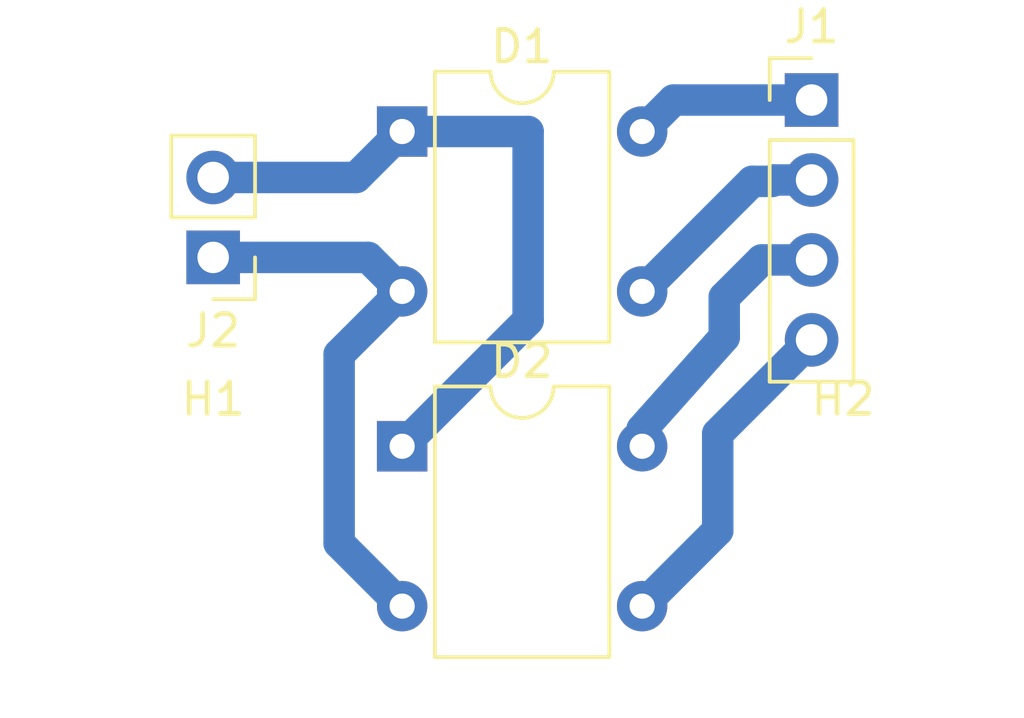
<source format=kicad_pcb>
(kicad_pcb (version 20171130) (host pcbnew 5.1.5+dfsg1-2build2)

  (general
    (thickness 1.6)
    (drawings 0)
    (tracks 24)
    (zones 0)
    (modules 6)
    (nets 7)
  )

  (page A4)
  (layers
    (0 F.Cu signal)
    (31 B.Cu signal)
    (32 B.Adhes user)
    (33 F.Adhes user)
    (34 B.Paste user)
    (35 F.Paste user)
    (36 B.SilkS user)
    (37 F.SilkS user)
    (38 B.Mask user)
    (39 F.Mask user)
    (40 Dwgs.User user)
    (41 Cmts.User user)
    (42 Eco1.User user)
    (43 Eco2.User user)
    (44 Edge.Cuts user)
    (45 Margin user)
    (46 B.CrtYd user)
    (47 F.CrtYd user)
    (48 B.Fab user)
    (49 F.Fab user)
  )

  (setup
    (last_trace_width 1)
    (user_trace_width 1)
    (trace_clearance 0.2)
    (zone_clearance 0.508)
    (zone_45_only no)
    (trace_min 0.2)
    (via_size 0.8)
    (via_drill 0.4)
    (via_min_size 0.4)
    (via_min_drill 0.3)
    (uvia_size 0.3)
    (uvia_drill 0.1)
    (uvias_allowed no)
    (uvia_min_size 0.2)
    (uvia_min_drill 0.1)
    (edge_width 0.05)
    (segment_width 0.2)
    (pcb_text_width 0.3)
    (pcb_text_size 1.5 1.5)
    (mod_edge_width 0.12)
    (mod_text_size 1 1)
    (mod_text_width 0.15)
    (pad_size 1.524 1.524)
    (pad_drill 0.762)
    (pad_to_mask_clearance 0.051)
    (solder_mask_min_width 0.25)
    (aux_axis_origin 0 0)
    (visible_elements FFFFFF7F)
    (pcbplotparams
      (layerselection 0x010fc_ffffffff)
      (usegerberextensions false)
      (usegerberattributes false)
      (usegerberadvancedattributes false)
      (creategerberjobfile false)
      (excludeedgelayer true)
      (linewidth 0.100000)
      (plotframeref false)
      (viasonmask false)
      (mode 1)
      (useauxorigin false)
      (hpglpennumber 1)
      (hpglpenspeed 20)
      (hpglpendiameter 15.000000)
      (psnegative false)
      (psa4output false)
      (plotreference true)
      (plotvalue true)
      (plotinvisibletext false)
      (padsonsilk false)
      (subtractmaskfromsilk false)
      (outputformat 1)
      (mirror false)
      (drillshape 1)
      (scaleselection 1)
      (outputdirectory ""))
  )

  (net 0 "")
  (net 1 "Net-(D1-Pad4)")
  (net 2 "Net-(D1-Pad2)")
  (net 3 "Net-(D1-Pad3)")
  (net 4 "Net-(D1-Pad1)")
  (net 5 "Net-(D2-Pad3)")
  (net 6 "Net-(D2-Pad4)")

  (net_class Default "This is the default net class."
    (clearance 0.2)
    (trace_width 0.25)
    (via_dia 0.8)
    (via_drill 0.4)
    (uvia_dia 0.3)
    (uvia_drill 0.1)
    (add_net "Net-(D1-Pad1)")
    (add_net "Net-(D1-Pad2)")
    (add_net "Net-(D1-Pad3)")
    (add_net "Net-(D1-Pad4)")
    (add_net "Net-(D2-Pad3)")
    (add_net "Net-(D2-Pad4)")
  )

  (module Diode_THT:Diode_Bridge_DIP-4_W7.62mm_P5.08mm (layer F.Cu) (tedit 5A142105) (tstamp 620CDA1E)
    (at 155 -28)
    (descr "4-lead dip package for diode bridges, row spacing 7.62 mm (300 mils), see http://cdn-reichelt.de/documents/datenblatt/A400/HDBL101G_20SERIES-TSC.pdf")
    (tags "DIL DIP PDIP 5.08mm 7.62mm 300mil")
    (path /620CD66E)
    (fp_text reference D1 (at 3.8 -2.7) (layer F.SilkS)
      (effects (font (size 1 1) (thickness 0.15)))
    )
    (fp_text value DF06M (at 3.8 7.8) (layer F.Fab)
      (effects (font (size 1 1) (thickness 0.15)))
    )
    (fp_line (start 8.67 6.85) (end -1.05 6.85) (layer F.CrtYd) (width 0.05))
    (fp_line (start 8.67 6.85) (end 8.67 -2.05) (layer F.CrtYd) (width 0.05))
    (fp_line (start -1.05 -2.05) (end -1.05 6.85) (layer F.CrtYd) (width 0.05))
    (fp_line (start -1.05 -2.05) (end 8.67 -2.05) (layer F.CrtYd) (width 0.05))
    (fp_line (start 1.635 -1.8) (end 6.985 -1.8) (layer F.Fab) (width 0.1))
    (fp_line (start 6.985 -1.8) (end 6.985 6.6) (layer F.Fab) (width 0.1))
    (fp_line (start 6.985 6.6) (end 0.635 6.6) (layer F.Fab) (width 0.1))
    (fp_line (start 0.635 6.6) (end 0.635 -0.8) (layer F.Fab) (width 0.1))
    (fp_line (start 0.635 -0.8) (end 1.635 -1.8) (layer F.Fab) (width 0.1))
    (fp_line (start 2.81 -1.9) (end 1.04 -1.9) (layer F.SilkS) (width 0.12))
    (fp_line (start 1.04 -1.9) (end 1.04 6.7) (layer F.SilkS) (width 0.12))
    (fp_line (start 1.04 6.7) (end 6.58 6.7) (layer F.SilkS) (width 0.12))
    (fp_line (start 6.58 6.7) (end 6.58 -1.9) (layer F.SilkS) (width 0.12))
    (fp_line (start 6.58 -1.9) (end 4.81 -1.9) (layer F.SilkS) (width 0.12))
    (fp_text user %R (at 3.81 2.54) (layer F.Fab)
      (effects (font (size 1 1) (thickness 0.15)))
    )
    (fp_arc (start 3.81 -1.9) (end 2.81 -1.9) (angle -180) (layer F.SilkS) (width 0.12))
    (pad 4 thru_hole oval (at 7.62 0) (size 1.6 1.6) (drill 0.8) (layers *.Cu *.Mask)
      (net 1 "Net-(D1-Pad4)"))
    (pad 2 thru_hole oval (at 0 5.08) (size 1.6 1.6) (drill 0.8) (layers *.Cu *.Mask)
      (net 2 "Net-(D1-Pad2)"))
    (pad 3 thru_hole oval (at 7.62 5.08) (size 1.6 1.6) (drill 0.8) (layers *.Cu *.Mask)
      (net 3 "Net-(D1-Pad3)"))
    (pad 1 thru_hole rect (at 0 0) (size 1.6 1.6) (drill 0.8) (layers *.Cu *.Mask)
      (net 4 "Net-(D1-Pad1)"))
    (model ${KISYS3DMOD}/Diode_THT.3dshapes/Diode_Bridge_DIP-4_W7.62mm_P5.08mm.wrl
      (at (xyz 0 0 0))
      (scale (xyz 1 1 1))
      (rotate (xyz 0 0 0))
    )
  )

  (module Diode_THT:Diode_Bridge_DIP-4_W7.62mm_P5.08mm (layer F.Cu) (tedit 5A142105) (tstamp 620CDA36)
    (at 155 -18)
    (descr "4-lead dip package for diode bridges, row spacing 7.62 mm (300 mils), see http://cdn-reichelt.de/documents/datenblatt/A400/HDBL101G_20SERIES-TSC.pdf")
    (tags "DIL DIP PDIP 5.08mm 7.62mm 300mil")
    (path /620CDFE9)
    (fp_text reference D2 (at 3.8 -2.7) (layer F.SilkS)
      (effects (font (size 1 1) (thickness 0.15)))
    )
    (fp_text value DF06M (at 3.8 7.8) (layer F.Fab)
      (effects (font (size 1 1) (thickness 0.15)))
    )
    (fp_line (start 6.58 -1.9) (end 4.81 -1.9) (layer F.SilkS) (width 0.12))
    (fp_line (start 6.58 6.7) (end 6.58 -1.9) (layer F.SilkS) (width 0.12))
    (fp_line (start 1.04 6.7) (end 6.58 6.7) (layer F.SilkS) (width 0.12))
    (fp_line (start 1.04 -1.9) (end 1.04 6.7) (layer F.SilkS) (width 0.12))
    (fp_line (start 2.81 -1.9) (end 1.04 -1.9) (layer F.SilkS) (width 0.12))
    (fp_line (start 0.635 -0.8) (end 1.635 -1.8) (layer F.Fab) (width 0.1))
    (fp_line (start 0.635 6.6) (end 0.635 -0.8) (layer F.Fab) (width 0.1))
    (fp_line (start 6.985 6.6) (end 0.635 6.6) (layer F.Fab) (width 0.1))
    (fp_line (start 6.985 -1.8) (end 6.985 6.6) (layer F.Fab) (width 0.1))
    (fp_line (start 1.635 -1.8) (end 6.985 -1.8) (layer F.Fab) (width 0.1))
    (fp_line (start -1.05 -2.05) (end 8.67 -2.05) (layer F.CrtYd) (width 0.05))
    (fp_line (start -1.05 -2.05) (end -1.05 6.85) (layer F.CrtYd) (width 0.05))
    (fp_line (start 8.67 6.85) (end 8.67 -2.05) (layer F.CrtYd) (width 0.05))
    (fp_line (start 8.67 6.85) (end -1.05 6.85) (layer F.CrtYd) (width 0.05))
    (fp_arc (start 3.81 -1.9) (end 2.81 -1.9) (angle -180) (layer F.SilkS) (width 0.12))
    (fp_text user %R (at 3.81 2.54) (layer F.Fab)
      (effects (font (size 1 1) (thickness 0.15)))
    )
    (pad 1 thru_hole rect (at 0 0) (size 1.6 1.6) (drill 0.8) (layers *.Cu *.Mask)
      (net 4 "Net-(D1-Pad1)"))
    (pad 3 thru_hole oval (at 7.62 5.08) (size 1.6 1.6) (drill 0.8) (layers *.Cu *.Mask)
      (net 5 "Net-(D2-Pad3)"))
    (pad 2 thru_hole oval (at 0 5.08) (size 1.6 1.6) (drill 0.8) (layers *.Cu *.Mask)
      (net 2 "Net-(D1-Pad2)"))
    (pad 4 thru_hole oval (at 7.62 0) (size 1.6 1.6) (drill 0.8) (layers *.Cu *.Mask)
      (net 6 "Net-(D2-Pad4)"))
    (model ${KISYS3DMOD}/Diode_THT.3dshapes/Diode_Bridge_DIP-4_W7.62mm_P5.08mm.wrl
      (at (xyz 0 0 0))
      (scale (xyz 1 1 1))
      (rotate (xyz 0 0 0))
    )
  )

  (module Connector_PinHeader_2.54mm:PinHeader_1x04_P2.54mm_Vertical (layer F.Cu) (tedit 59FED5CC) (tstamp 620CDA4E)
    (at 168 -29)
    (descr "Through hole straight pin header, 1x04, 2.54mm pitch, single row")
    (tags "Through hole pin header THT 1x04 2.54mm single row")
    (path /620D0CE0)
    (fp_text reference J1 (at 0 -2.33) (layer F.SilkS)
      (effects (font (size 1 1) (thickness 0.15)))
    )
    (fp_text value Conn_01x04_Male (at 0 9.95) (layer F.Fab)
      (effects (font (size 1 1) (thickness 0.15)))
    )
    (fp_line (start 1.8 -1.8) (end -1.8 -1.8) (layer F.CrtYd) (width 0.05))
    (fp_line (start 1.8 9.4) (end 1.8 -1.8) (layer F.CrtYd) (width 0.05))
    (fp_line (start -1.8 9.4) (end 1.8 9.4) (layer F.CrtYd) (width 0.05))
    (fp_line (start -1.8 -1.8) (end -1.8 9.4) (layer F.CrtYd) (width 0.05))
    (fp_line (start -1.33 -1.33) (end 0 -1.33) (layer F.SilkS) (width 0.12))
    (fp_line (start -1.33 0) (end -1.33 -1.33) (layer F.SilkS) (width 0.12))
    (fp_line (start -1.33 1.27) (end 1.33 1.27) (layer F.SilkS) (width 0.12))
    (fp_line (start 1.33 1.27) (end 1.33 8.95) (layer F.SilkS) (width 0.12))
    (fp_line (start -1.33 1.27) (end -1.33 8.95) (layer F.SilkS) (width 0.12))
    (fp_line (start -1.33 8.95) (end 1.33 8.95) (layer F.SilkS) (width 0.12))
    (fp_line (start -1.27 -0.635) (end -0.635 -1.27) (layer F.Fab) (width 0.1))
    (fp_line (start -1.27 8.89) (end -1.27 -0.635) (layer F.Fab) (width 0.1))
    (fp_line (start 1.27 8.89) (end -1.27 8.89) (layer F.Fab) (width 0.1))
    (fp_line (start 1.27 -1.27) (end 1.27 8.89) (layer F.Fab) (width 0.1))
    (fp_line (start -0.635 -1.27) (end 1.27 -1.27) (layer F.Fab) (width 0.1))
    (fp_text user %R (at 0 3.81 90) (layer F.Fab)
      (effects (font (size 1 1) (thickness 0.15)))
    )
    (pad 1 thru_hole rect (at 0 0) (size 1.7 1.7) (drill 1) (layers *.Cu *.Mask)
      (net 1 "Net-(D1-Pad4)"))
    (pad 2 thru_hole oval (at 0 2.54) (size 1.7 1.7) (drill 1) (layers *.Cu *.Mask)
      (net 3 "Net-(D1-Pad3)"))
    (pad 3 thru_hole oval (at 0 5.08) (size 1.7 1.7) (drill 1) (layers *.Cu *.Mask)
      (net 6 "Net-(D2-Pad4)"))
    (pad 4 thru_hole oval (at 0 7.62) (size 1.7 1.7) (drill 1) (layers *.Cu *.Mask)
      (net 5 "Net-(D2-Pad3)"))
    (model ${KISYS3DMOD}/Connector_PinHeader_2.54mm.3dshapes/PinHeader_1x04_P2.54mm_Vertical.wrl
      (at (xyz 0 0 0))
      (scale (xyz 1 1 1))
      (rotate (xyz 0 0 0))
    )
  )

  (module Connector_PinHeader_2.54mm:PinHeader_1x02_P2.54mm_Vertical (layer F.Cu) (tedit 59FED5CC) (tstamp 620CDA64)
    (at 149 -24 180)
    (descr "Through hole straight pin header, 1x02, 2.54mm pitch, single row")
    (tags "Through hole pin header THT 1x02 2.54mm single row")
    (path /620D1337)
    (fp_text reference J2 (at 0 -2.33) (layer F.SilkS)
      (effects (font (size 1 1) (thickness 0.15)))
    )
    (fp_text value Conn_01x02_Male (at 0 4.87) (layer F.Fab)
      (effects (font (size 1 1) (thickness 0.15)))
    )
    (fp_line (start 1.8 -1.8) (end -1.8 -1.8) (layer F.CrtYd) (width 0.05))
    (fp_line (start 1.8 4.35) (end 1.8 -1.8) (layer F.CrtYd) (width 0.05))
    (fp_line (start -1.8 4.35) (end 1.8 4.35) (layer F.CrtYd) (width 0.05))
    (fp_line (start -1.8 -1.8) (end -1.8 4.35) (layer F.CrtYd) (width 0.05))
    (fp_line (start -1.33 -1.33) (end 0 -1.33) (layer F.SilkS) (width 0.12))
    (fp_line (start -1.33 0) (end -1.33 -1.33) (layer F.SilkS) (width 0.12))
    (fp_line (start -1.33 1.27) (end 1.33 1.27) (layer F.SilkS) (width 0.12))
    (fp_line (start 1.33 1.27) (end 1.33 3.87) (layer F.SilkS) (width 0.12))
    (fp_line (start -1.33 1.27) (end -1.33 3.87) (layer F.SilkS) (width 0.12))
    (fp_line (start -1.33 3.87) (end 1.33 3.87) (layer F.SilkS) (width 0.12))
    (fp_line (start -1.27 -0.635) (end -0.635 -1.27) (layer F.Fab) (width 0.1))
    (fp_line (start -1.27 3.81) (end -1.27 -0.635) (layer F.Fab) (width 0.1))
    (fp_line (start 1.27 3.81) (end -1.27 3.81) (layer F.Fab) (width 0.1))
    (fp_line (start 1.27 -1.27) (end 1.27 3.81) (layer F.Fab) (width 0.1))
    (fp_line (start -0.635 -1.27) (end 1.27 -1.27) (layer F.Fab) (width 0.1))
    (fp_text user %R (at 0 1.27 90) (layer F.Fab)
      (effects (font (size 1 1) (thickness 0.15)))
    )
    (pad 1 thru_hole rect (at 0 0 180) (size 1.7 1.7) (drill 1) (layers *.Cu *.Mask)
      (net 2 "Net-(D1-Pad2)"))
    (pad 2 thru_hole oval (at 0 2.54 180) (size 1.7 1.7) (drill 1) (layers *.Cu *.Mask)
      (net 4 "Net-(D1-Pad1)"))
    (model ${KISYS3DMOD}/Connector_PinHeader_2.54mm.3dshapes/PinHeader_1x02_P2.54mm_Vertical.wrl
      (at (xyz 0 0 0))
      (scale (xyz 1 1 1))
      (rotate (xyz 0 0 0))
    )
  )

  (module MountingHole:MountingHole_2.5mm (layer F.Cu) (tedit 56D1B4CB) (tstamp 620CD7B2)
    (at 149 -16)
    (descr "Mounting Hole 2.5mm, no annular")
    (tags "mounting hole 2.5mm no annular")
    (path /620CDEDB)
    (attr virtual)
    (fp_text reference H1 (at 0 -3.5) (layer F.SilkS)
      (effects (font (size 1 1) (thickness 0.15)))
    )
    (fp_text value MountingHole (at 0 3.5) (layer F.Fab)
      (effects (font (size 1 1) (thickness 0.15)))
    )
    (fp_circle (center 0 0) (end 2.75 0) (layer F.CrtYd) (width 0.05))
    (fp_circle (center 0 0) (end 2.5 0) (layer Cmts.User) (width 0.15))
    (fp_text user %R (at 0.3 0) (layer F.Fab)
      (effects (font (size 1 1) (thickness 0.15)))
    )
    (pad 1 np_thru_hole circle (at 0 0) (size 2.5 2.5) (drill 2.5) (layers *.Cu *.Mask))
  )

  (module MountingHole:MountingHole_2.5mm (layer F.Cu) (tedit 56D1B4CB) (tstamp 620CD7BA)
    (at 169 -16)
    (descr "Mounting Hole 2.5mm, no annular")
    (tags "mounting hole 2.5mm no annular")
    (path /620CE4D0)
    (attr virtual)
    (fp_text reference H2 (at 0 -3.5) (layer F.SilkS)
      (effects (font (size 1 1) (thickness 0.15)))
    )
    (fp_text value MountingHole (at 0 3.5) (layer F.Fab)
      (effects (font (size 1 1) (thickness 0.15)))
    )
    (fp_circle (center 0 0) (end 2.5 0) (layer Cmts.User) (width 0.15))
    (fp_circle (center 0 0) (end 2.75 0) (layer F.CrtYd) (width 0.05))
    (fp_text user %R (at -0.325001 0.224999) (layer F.Fab)
      (effects (font (size 1 1) (thickness 0.15)))
    )
    (pad 1 np_thru_hole circle (at 0 0) (size 2.5 2.5) (drill 2.5) (layers *.Cu *.Mask))
  )

  (segment (start 163.62 -29) (end 162.62 -28) (width 1) (layer B.Cu) (net 1))
  (segment (start 168 -29) (end 163.62 -29) (width 1) (layer B.Cu) (net 1))
  (segment (start 153.92 -24) (end 155 -22.92) (width 1) (layer B.Cu) (net 2))
  (segment (start 149 -24) (end 153.92 -24) (width 1) (layer B.Cu) (net 2))
  (segment (start 155 -12.92) (end 153 -14.92) (width 1) (layer B.Cu) (net 2))
  (segment (start 153 -20.92) (end 155 -22.92) (width 1) (layer B.Cu) (net 2))
  (segment (start 153 -14.92) (end 153 -20.92) (width 1) (layer B.Cu) (net 2))
  (segment (start 166.797919 -26.46) (end 166.753919 -26.416) (width 1) (layer B.Cu) (net 3))
  (segment (start 168 -26.46) (end 166.797919 -26.46) (width 1) (layer B.Cu) (net 3))
  (segment (start 166.116 -26.416) (end 162.62 -22.92) (width 1) (layer B.Cu) (net 3))
  (segment (start 166.753919 -26.416) (end 166.116 -26.416) (width 1) (layer B.Cu) (net 3))
  (segment (start 153.54 -26.54) (end 155 -28) (width 1) (layer B.Cu) (net 4))
  (segment (start 149 -26.54) (end 153.54 -26.54) (width 1) (layer B.Cu) (net 4))
  (segment (start 155 -18) (end 159 -22) (width 1) (layer B.Cu) (net 4))
  (segment (start 159 -22) (end 159 -28) (width 1) (layer B.Cu) (net 4))
  (segment (start 159 -28) (end 155 -28) (width 1) (layer B.Cu) (net 4))
  (segment (start 165.02 -18.4) (end 168 -21.38) (width 1) (layer B.Cu) (net 5))
  (segment (start 165.02 -15.32) (end 165.02 -18.4) (width 1) (layer B.Cu) (net 5))
  (segment (start 162.62 -12.92) (end 165.02 -15.32) (width 1) (layer B.Cu) (net 5))
  (segment (start 162.62 -18) (end 162.62 -18.54) (width 1) (layer B.Cu) (net 6))
  (segment (start 168 -23.92) (end 166.414 -23.92) (width 1) (layer B.Cu) (net 6))
  (segment (start 165.227 -22.733) (end 165.227 -21.463) (width 1) (layer B.Cu) (net 6))
  (segment (start 166.414 -23.92) (end 165.227 -22.733) (width 1) (layer B.Cu) (net 6))
  (segment (start 162.62 -18.54) (end 165.227 -21.463) (width 1) (layer B.Cu) (net 6))

)

</source>
